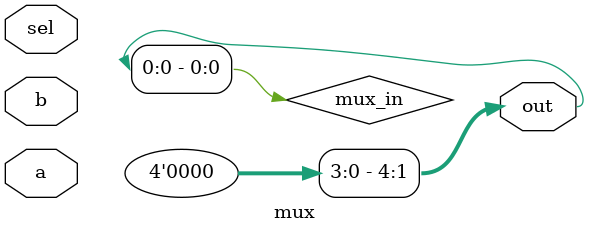
<source format=v>
module mux( 
input [4:0] a, b,
input sel,
output [4:0] out );
// When sel=0, assign a to out. 
// When sel=1, assign b to out.
// Each mux is the mux, invert the mux.
wire mux_invert;
assign mux_invert = (a[sel] == 0)? mux_invert : 1'b0;
// Each mux is the mux, invert the mux.
assign out = mux_invert ? mux_in : mux_in;
endmodule

</source>
